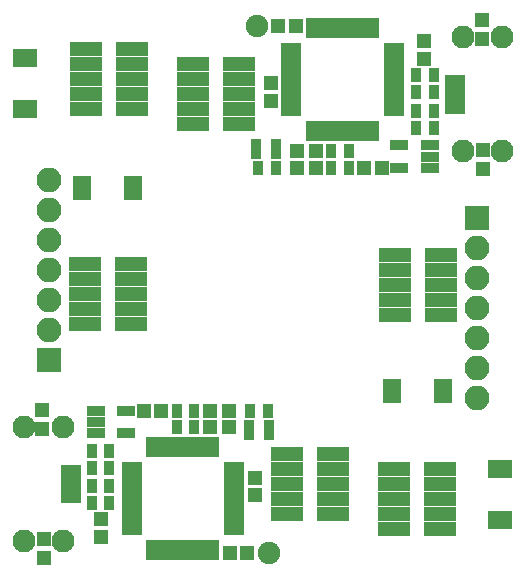
<source format=gts>
%TF.GenerationSoftware,KiCad,Pcbnew,4.0.6*%
%TF.CreationDate,2017-04-20T11:48:03-04:00*%
%TF.ProjectId,Panel,50616E656C2E6B696361645F70636200,rev?*%
%TF.FileFunction,Soldermask,Top*%
%FSLAX46Y46*%
G04 Gerber Fmt 4.6, Leading zero omitted, Abs format (unit mm)*
G04 Created by KiCad (PCBNEW 4.0.6) date Thu Apr 20 11:48:03 2017*
%MOMM*%
%LPD*%
G01*
G04 APERTURE LIST*
%ADD10C,0.100000*%
%ADD11R,2.800000X1.160000*%
%ADD12R,2.099260X1.598880*%
%ADD13R,1.598880X2.099260*%
%ADD14R,2.100000X2.100000*%
%ADD15O,2.100000X2.100000*%
%ADD16R,1.700000X0.650000*%
%ADD17R,0.650000X1.700000*%
%ADD18R,1.200000X1.150000*%
%ADD19R,0.900000X1.300000*%
%ADD20R,1.200000X1.200000*%
%ADD21R,1.150000X1.200000*%
%ADD22R,1.800000X0.798780*%
%ADD23C,1.950000*%
%ADD24R,0.900000X0.775000*%
%ADD25R,1.598880X0.948640*%
%ADD26C,1.900000*%
G04 APERTURE END LIST*
D10*
D11*
X133676200Y-119571000D03*
X137576200Y-119571000D03*
X133676200Y-120841000D03*
X137576200Y-120841000D03*
X133676200Y-122111000D03*
X137576200Y-122111000D03*
X133676200Y-123381000D03*
X137576200Y-123381000D03*
X133676200Y-124651000D03*
X137576200Y-124651000D03*
D12*
X142600000Y-142073080D03*
X142600000Y-137750000D03*
D11*
X133600000Y-137730000D03*
X137500000Y-137730000D03*
X133600000Y-139000000D03*
X137500000Y-139000000D03*
X133600000Y-140270000D03*
X137500000Y-140270000D03*
X133600000Y-141540000D03*
X137500000Y-141540000D03*
X133600000Y-142810000D03*
X137500000Y-142810000D03*
D13*
X133464660Y-131111000D03*
X137787740Y-131111000D03*
D14*
X140626200Y-116491000D03*
D15*
X140626200Y-119031000D03*
X140626200Y-121571000D03*
X140626200Y-124111000D03*
X140626200Y-126651000D03*
X140626200Y-129191000D03*
X140626200Y-131731000D03*
D11*
X111400000Y-107270000D03*
X107500000Y-107270000D03*
X111400000Y-106000000D03*
X107500000Y-106000000D03*
X111400000Y-104730000D03*
X107500000Y-104730000D03*
X111400000Y-103460000D03*
X107500000Y-103460000D03*
X111400000Y-102190000D03*
X107500000Y-102190000D03*
D12*
X102400000Y-102926920D03*
X102400000Y-107250000D03*
D13*
X111535340Y-113889000D03*
X107212260Y-113889000D03*
D14*
X104373800Y-128509000D03*
D15*
X104373800Y-125969000D03*
X104373800Y-123429000D03*
X104373800Y-120889000D03*
X104373800Y-118349000D03*
X104373800Y-115809000D03*
X104373800Y-113269000D03*
D11*
X111323800Y-125429000D03*
X107423800Y-125429000D03*
X111323800Y-124159000D03*
X107423800Y-124159000D03*
X111323800Y-122889000D03*
X107423800Y-122889000D03*
X111323800Y-121619000D03*
X107423800Y-121619000D03*
X111323800Y-120349000D03*
X107423800Y-120349000D03*
D16*
X120091400Y-142984000D03*
X120091400Y-142484000D03*
X120091400Y-141984000D03*
X120091400Y-141484000D03*
X120091400Y-140984000D03*
X120091400Y-140484000D03*
X120091400Y-139984000D03*
X120091400Y-139484000D03*
X120091400Y-138984000D03*
X120091400Y-138484000D03*
X120091400Y-137984000D03*
X120091400Y-137484000D03*
D17*
X118491400Y-135884000D03*
X117991400Y-135884000D03*
X117491400Y-135884000D03*
X116991400Y-135884000D03*
X116491400Y-135884000D03*
X115991400Y-135884000D03*
X115491400Y-135884000D03*
X114991400Y-135884000D03*
X114491400Y-135884000D03*
X113991400Y-135884000D03*
X113491400Y-135884000D03*
X112991400Y-135884000D03*
D16*
X111391400Y-137484000D03*
X111391400Y-137984000D03*
X111391400Y-138484000D03*
X111391400Y-138984000D03*
X111391400Y-139484000D03*
X111391400Y-139984000D03*
X111391400Y-140484000D03*
X111391400Y-140984000D03*
X111391400Y-141484000D03*
X111391400Y-141984000D03*
X111391400Y-142484000D03*
X111391400Y-142984000D03*
D17*
X112991400Y-144584000D03*
X113491400Y-144584000D03*
X113991400Y-144584000D03*
X114491400Y-144584000D03*
X114991400Y-144584000D03*
X115491400Y-144584000D03*
X115991400Y-144584000D03*
X116491400Y-144584000D03*
X116991400Y-144584000D03*
X117491400Y-144584000D03*
X117991400Y-144584000D03*
X118491400Y-144584000D03*
D11*
X128450000Y-141540000D03*
X124550000Y-141540000D03*
X128450000Y-140270000D03*
X124550000Y-140270000D03*
X128450000Y-139000000D03*
X124550000Y-139000000D03*
X128450000Y-137730000D03*
X124550000Y-137730000D03*
X128450000Y-136460000D03*
X124550000Y-136460000D03*
D18*
X112414000Y-132800000D03*
X113914000Y-132800000D03*
D19*
X108000000Y-137600000D03*
X109500000Y-137600000D03*
D20*
X103835400Y-132718600D03*
X103835400Y-134318600D03*
D21*
X121800000Y-138450000D03*
X121800000Y-139950000D03*
X108839000Y-143494000D03*
X108839000Y-141994000D03*
D18*
X119700000Y-144800000D03*
X121200000Y-144800000D03*
D22*
X106223000Y-139000000D03*
X106223000Y-138350000D03*
X106223000Y-140300000D03*
X106223000Y-139650000D03*
X106223000Y-137700000D03*
D23*
X102284500Y-134175000D03*
X105584500Y-134175000D03*
X102284500Y-143825000D03*
X105584500Y-143825000D03*
D24*
X121350000Y-134900000D03*
X123050000Y-134900000D03*
X121350000Y-134400000D03*
X123050000Y-134400000D03*
X121350000Y-133900000D03*
X123050000Y-133900000D03*
D25*
X108347460Y-132781640D03*
X108347460Y-133731600D03*
X108347460Y-134681560D03*
X110943340Y-134681560D03*
X110943340Y-132781640D03*
D20*
X103937000Y-145266000D03*
X103937000Y-143666000D03*
X118000000Y-134200000D03*
X119600000Y-134200000D03*
X118000000Y-132800000D03*
X119600000Y-132800000D03*
D19*
X108000000Y-140600000D03*
X109500000Y-140600000D03*
X108000000Y-139200000D03*
X109500000Y-139200000D03*
X109500800Y-136190800D03*
X108000800Y-136190800D03*
X115200000Y-132800000D03*
X116700000Y-132800000D03*
X115200000Y-134200000D03*
X116700000Y-134200000D03*
X121400000Y-132800000D03*
X122900000Y-132800000D03*
D26*
X123000000Y-144800000D03*
D16*
X124908600Y-102016000D03*
X124908600Y-102516000D03*
X124908600Y-103016000D03*
X124908600Y-103516000D03*
X124908600Y-104016000D03*
X124908600Y-104516000D03*
X124908600Y-105016000D03*
X124908600Y-105516000D03*
X124908600Y-106016000D03*
X124908600Y-106516000D03*
X124908600Y-107016000D03*
X124908600Y-107516000D03*
D17*
X126508600Y-109116000D03*
X127008600Y-109116000D03*
X127508600Y-109116000D03*
X128008600Y-109116000D03*
X128508600Y-109116000D03*
X129008600Y-109116000D03*
X129508600Y-109116000D03*
X130008600Y-109116000D03*
X130508600Y-109116000D03*
X131008600Y-109116000D03*
X131508600Y-109116000D03*
X132008600Y-109116000D03*
D16*
X133608600Y-107516000D03*
X133608600Y-107016000D03*
X133608600Y-106516000D03*
X133608600Y-106016000D03*
X133608600Y-105516000D03*
X133608600Y-105016000D03*
X133608600Y-104516000D03*
X133608600Y-104016000D03*
X133608600Y-103516000D03*
X133608600Y-103016000D03*
X133608600Y-102516000D03*
X133608600Y-102016000D03*
D17*
X132008600Y-100416000D03*
X131508600Y-100416000D03*
X131008600Y-100416000D03*
X130508600Y-100416000D03*
X130008600Y-100416000D03*
X129508600Y-100416000D03*
X129008600Y-100416000D03*
X128508600Y-100416000D03*
X128008600Y-100416000D03*
X127508600Y-100416000D03*
X127008600Y-100416000D03*
X126508600Y-100416000D03*
D11*
X116550000Y-103460000D03*
X120450000Y-103460000D03*
X116550000Y-104730000D03*
X120450000Y-104730000D03*
X116550000Y-106000000D03*
X120450000Y-106000000D03*
X116550000Y-107270000D03*
X120450000Y-107270000D03*
X116550000Y-108540000D03*
X120450000Y-108540000D03*
D18*
X132586000Y-112200000D03*
X131086000Y-112200000D03*
D19*
X137000000Y-107400000D03*
X135500000Y-107400000D03*
D20*
X141164600Y-112281400D03*
X141164600Y-110681400D03*
D21*
X123200000Y-106550000D03*
X123200000Y-105050000D03*
X136161000Y-101506000D03*
X136161000Y-103006000D03*
D18*
X125300000Y-100200000D03*
X123800000Y-100200000D03*
D22*
X138777000Y-106000000D03*
X138777000Y-106650000D03*
X138777000Y-104700000D03*
X138777000Y-105350000D03*
X138777000Y-107300000D03*
D23*
X142715500Y-110825000D03*
X139415500Y-110825000D03*
X142715500Y-101175000D03*
X139415500Y-101175000D03*
D24*
X123650000Y-110100000D03*
X121950000Y-110100000D03*
X123650000Y-110600000D03*
X121950000Y-110600000D03*
X123650000Y-111100000D03*
X121950000Y-111100000D03*
D25*
X136652540Y-112218360D03*
X136652540Y-111268400D03*
X136652540Y-110318440D03*
X134056660Y-110318440D03*
X134056660Y-112218360D03*
D20*
X141063000Y-99734000D03*
X141063000Y-101334000D03*
X127000000Y-110800000D03*
X125400000Y-110800000D03*
X127000000Y-112200000D03*
X125400000Y-112200000D03*
D19*
X137000000Y-104400000D03*
X135500000Y-104400000D03*
X137000000Y-105800000D03*
X135500000Y-105800000D03*
X135499200Y-108809200D03*
X136999200Y-108809200D03*
X129800000Y-112200000D03*
X128300000Y-112200000D03*
X129800000Y-110800000D03*
X128300000Y-110800000D03*
X123600000Y-112200000D03*
X122100000Y-112200000D03*
D26*
X122000000Y-100200000D03*
M02*

</source>
